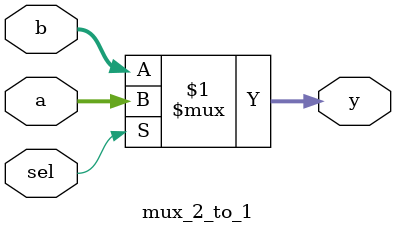
<source format=v>
`timescale 1ns / 1ps


module mux_2_to_1(
input [2:0] a,b,
input sel,
output [2:0] y);

assign y = (sel)?a:b;


endmodule
</source>
